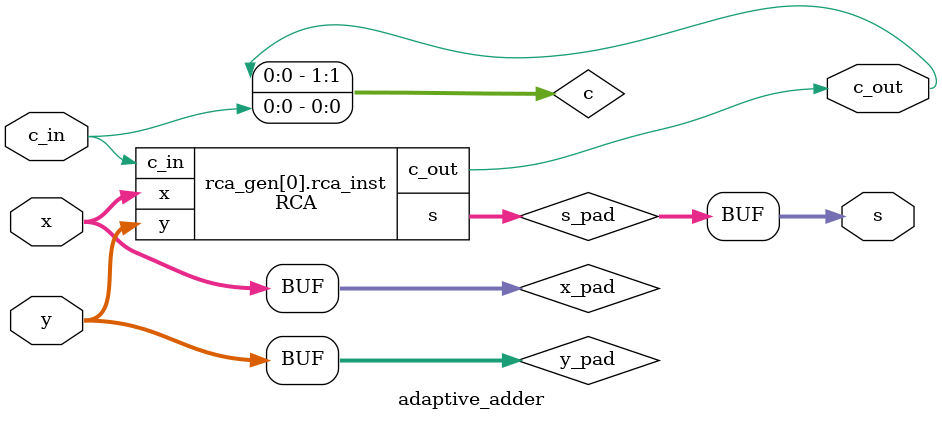
<source format=v>
module Mul_Mod (
    input  [22:0] A,
    input  [22:0] B,
    output [23:0] Z
);

wire [45:0] U;

Mul_Mod_multiplier mul_mod_inst (
	.A(A),
	.B(B),
	.U(U)
);

wire [34:0] V;

wire [23:0] u_hi;
wire [23:0] u_lo;
assign u_hi = U[45:22];
assign u_lo = U[23:0];

adaptive_adder #(
	.WIDTH(25)
) adder_inst (
	.x({1'b0, u_hi[23:0]}),
	.y({11'b0, u_hi[23:10]}),
	.c_in(1'b0),
	.s(V[34:10]),
	.c_out()
);

assign V[9:0] = u_hi[9:0];
// Finish V

wire [24:0] u_hi_shift_left_1;
wire [25:0] u_hi_shift_left_1_plus_u_hi;
assign u_hi_shift_left_1 = {u_hi[23:0], 1'b0};

adaptive_adder #(
	.WIDTH(26)
) adder_inst2 (
	.x({2'b0, u_hi}),
	.y({1'b0, u_hi_shift_left_1}),
	.c_in(1'b0),
	.s(u_hi_shift_left_1_plus_u_hi),
	.c_out()
);

wire [25:0] u_hi_3_sum;

adaptive_adder #(
	.WIDTH(26)
) adder_inst3 (
	.x({3'b0, u_hi[23:1]}),
	.y(u_hi_shift_left_1_plus_u_hi),
	.c_in(1'b0),
	.s(u_hi_3_sum),
	.c_out()
);

wire [34:0] u_hi_3_sum_plus_V;

adaptive_adder #(
	.WIDTH(35)
) adder_inst4 (
	.x({21'b0, u_hi_3_sum[25:12]}),
	.y(V),
	.c_in(1'b0),
	.s(u_hi_3_sum_plus_V),
	.c_out()
);

wire [23:0] W;
assign W = u_hi_3_sum_plus_V[34:11];
wire W_part_a;
assign W_part_a = W[0];
wire [10:0] W_part_b;
assign W_part_b = W[23:13];
wire [10:0] W_part_c;
assign W_part_c = W[10:0];
wire [12:0] X_part_c;
assign X_part_c = W[12:0]; // W_part_d
wire [10:0] X_part_b;
assign X_part_b = W_part_b - W_part_c; // 11bits
wire X_part_a;
assign X_part_a = W_part_a ^ X_part_b[10];

wire [23:0] X;
assign X = {X_part_a, X_part_b[9:0], X_part_c};
wire [23:0] XY;
assign XY = u_lo - X;
localparam [23:0] Q = 24'd8380417;
wire [23:0] XYQ;
assign XYQ = XY - Q;

// assign Z = W;
assign Z[23:0] = XYQ[23] ? XY : XYQ;

endmodule

module HA(
	input  x,
	input  y,
	output s, 
	output c
);

xor xor1(s,x,y);
and and1(c,x,y);

endmodule

module FA(
	input 	   x,
	input 	   y,
	input 	c_in,
	output     s, 
	output  c_out
);
wire s1, c1, c2;

HA ha0 (.x(x), .y(y), .s(s1), .c(c1));
HA ha1 (.x(s1), .y(c_in), .s(s), .c(c2));
or or1(c_out, c1, c2);

endmodule

module RCA(
	input  [3:0]   x,
	input  [3:0]   y,
	input 		c_in,
	output [3:0]   s,
	output     c_out
);

wire c1, c2, c3;

FA fa0 (.x(x[0]), .y(y[0]), .c_in(c_in), .s(s[0]), .c_out(c1));
FA fa1 (.x(x[1]), .y(y[1]), .c_in(c1), .s(s[1]), .c_out(c2));
FA fa2 (.x(x[2]), .y(y[2]), .c_in(c2), .s(s[2]), .c_out(c3));
FA fa3 (.x(x[3]), .y(y[3]), .c_in(c3), .s(s[3]), .c_out(c_out));

endmodule

module Mul_Mod_multiplier(
	input  [22:0] A,
	input  [22:0] B,
	output [45:0] U
);

	wire [5:0]  b_hi;
	assign b_hi = B[22:17];
	wire [16:0] b_lo;
	assign b_lo = B[16:0];

	wire [28:0] a_mul_b_hi;
	assign a_mul_b_hi = A * b_hi;
	wire [39:0] a_mul_b_lo;
	assign a_mul_b_lo = A * b_lo;

	// wire [45:0] u = {a_mul_b_hi, 17'b0} + {6'b0, a_mul_b_lo};

	adaptive_adder #(
		.WIDTH(46)  // 改為 46
	) adder_inst (
		.x({a_mul_b_hi, 17'b0}),
		.y({6'b0, a_mul_b_lo}),  // 擴展到 46-bit
		.c_in(1'b0),
		.s(U),
		.c_out()
	);

endmodule

module adaptive_adder #(
	parameter WIDTH = 4
)(
	input [WIDTH-1:0] x,
	input  [WIDTH-1:0] y,
	input 	   c_in,
	output [WIDTH-1:0] s,
	output      c_out
);

localparam integer Num_of_RCA = ((WIDTH + 3) >> 2);  // Equal to ceil(WIDTH/4), calculate the number of RCAs needed
localparam integer pad_w = (Num_of_RCA << 2); // For padding the input width to be multiple of 4

wire [pad_w-1:0] s_pad;
wire [Num_of_RCA:0] c; // Carry signals between RCAs

wire [pad_w-1:0] x_pad = {{(pad_w - WIDTH){1'b0}}, x};
wire [pad_w-1:0] y_pad = {{(pad_w - WIDTH){1'b0}}, y};

assign c[0] = c_in;
assign c_out = c[Num_of_RCA];
assign s = s_pad[WIDTH-1:0];

/* Implement a loop to instantiate the required number of RCA modules */

genvar i;
generate
	for (i = 0; i < Num_of_RCA; i = i + 1) begin: rca_gen
		RCA rca_inst (
			.x(x_pad[i*4+3 : i*4]),
			.y(y_pad[i*4+3 : i*4]),
			.c_in(c[i]),
			.s(s_pad[i*4+3 : i*4]),
			.c_out(c[i+1])
		);
	end
endgenerate

endmodule
</source>
